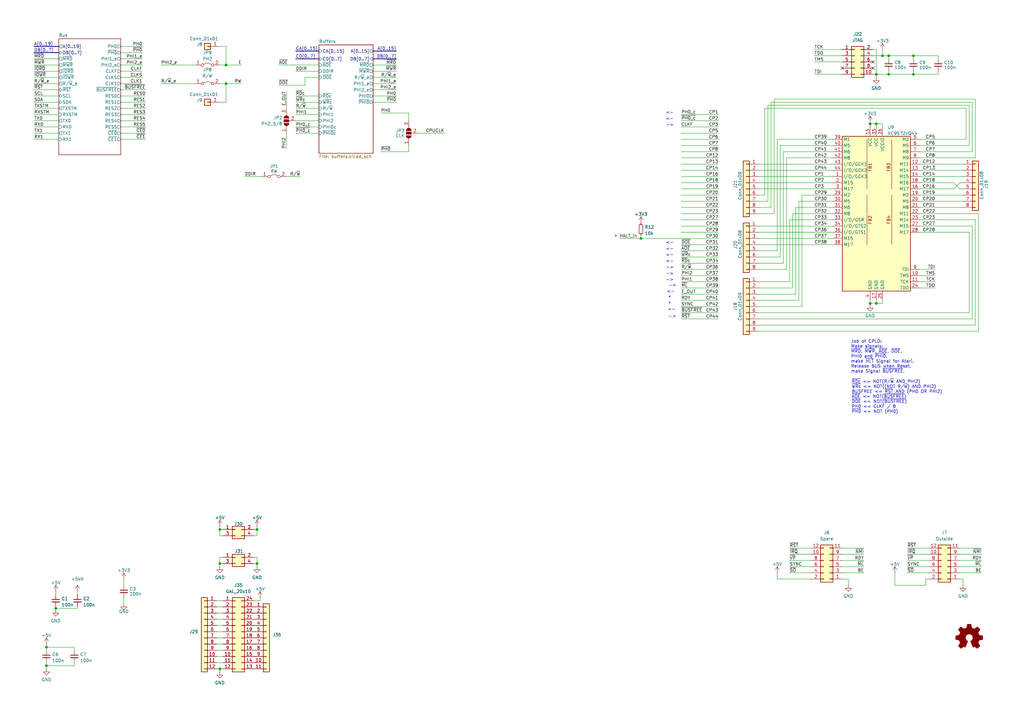
<source format=kicad_sch>
(kicad_sch (version 20231120) (generator "eeschema") (generator_version "8.0")
  (paper "A3")
  (title_block (title "Unicomp v3 - 6502/6800 CPU Board") (date "2024-10-01") (rev "v1.0") (company "100% Offner") (comment 1 "v1.0: Initial"))
  (junction (at 356.87 50.8))
  (junction (at 90.17 231.14))
  (junction (at 262.89 97.79))
  (junction (at 19.05 273.05))
  (junction (at 92.71 34.29))
  (junction (at 105.41 217.17))
  (junction (at 359.41 30.48))
  (junction (at 92.71 26.67))
  (junction (at 356.87 124.46))
  (junction (at 374.65 30.48))
  (junction (at 364.49 30.48))
  (junction (at 90.17 217.17))
  (junction (at 19.05 265.43))
  (junction (at 361.95 22.86))
  (junction (at 359.41 50.8))
  (junction (at 105.41 231.14))
  (junction (at 364.49 22.86))
  (junction (at 22.86 249.555))
  (junction (at 90.17 274.32))
  (junction (at 359.41 124.46))
  (junction (at 374.65 22.86))
  (no_connect (at 358.14 27.94))
  (no_connect (at 345.44 27.94))
  (no_connect (at 358.14 25.4))
  (wire (pts (xy 377.19 59.69) (xy 397.51 59.69)))
  (wire (pts (xy 318.77 237.49) (xy 332.74 237.49)))
  (wire (pts (xy 311.15 87.63) (xy 317.5 87.63)))
  (wire (pts (xy 379.73 237.49) (xy 381 237.49)))
  (wire (pts (xy 311.15 128.27) (xy 397.51 128.27)))
  (wire (pts (xy 88.9 261.62) (xy 91.44 261.62)))
  (wire (pts (xy 121.285 29.21) (xy 130.81 29.21)))
  (wire (pts (xy 88.9 251.46) (xy 91.44 251.46)))
  (wire (pts (xy 279.4 49.53) (xy 294.64 49.53)))
  (wire (pts (xy 341.63 59.69) (xy 320.04 59.69)))
  (wire (pts (xy 13.97 39.37) (xy 24.13 39.37)))
  (wire (pts (xy 323.85 90.17) (xy 341.63 90.17)))
  (wire (pts (xy 318.77 234.95) (xy 318.77 237.49)))
  (wire (pts (xy 279.4 113.03) (xy 294.64 113.03)))
  (wire (pts (xy 13.97 31.75) (xy 24.13 31.75)))
  (wire (pts (xy 374.65 24.13) (xy 374.65 22.86)))
  (wire (pts (xy 105.41 217.17) (xy 105.41 219.71)))
  (wire (pts (xy 397.51 59.69) (xy 397.51 43.18)))
  (wire (pts (xy 279.4 107.95) (xy 294.64 107.95)))
  (wire (pts (xy 90.17 217.17) (xy 91.44 217.17)))
  (wire (pts (xy 313.69 80.01) (xy 313.69 44.45)))
  (wire (pts (xy 171.45 54.61) (xy 182.245 54.61)))
  (wire (pts (xy 393.7 224.79) (xy 402.59 224.79)))
  (wire (pts (xy 13.97 41.91) (xy 24.13 41.91)))
  (wire (pts (xy 279.4 69.85) (xy 294.64 69.85)))
  (wire (pts (xy 359.41 20.32) (xy 359.41 30.48)))
  (wire (pts (xy 372.11 227.33) (xy 381 227.33)))
  (wire (pts (xy 372.11 234.95) (xy 381 234.95)))
  (wire (pts (xy 279.4 80.01) (xy 294.64 80.01)))
  (wire (pts (xy 49.53 34.29) (xy 58.42 34.29)))
  (wire (pts (xy 383.54 110.49) (xy 377.19 110.49)))
  (wire (pts (xy 398.78 62.23) (xy 398.78 41.91)))
  (wire (pts (xy 393.7 229.87) (xy 402.59 229.87)))
  (wire (pts (xy 88.9 264.16) (xy 91.44 264.16)))
  (wire (pts (xy 279.4 118.11) (xy 294.64 118.11)))
  (wire (pts (xy 393.7 74.93) (xy 394.97 74.93)))
  (wire (pts (xy 364.49 24.13) (xy 364.49 22.86)))
  (bus (pts (xy 130.81 20.955) (xy 121.285 20.955)))
  (wire (pts (xy 377.19 62.23) (xy 398.78 62.23)))
  (wire (pts (xy 121.285 52.07) (xy 130.81 52.07)))
  (wire (pts (xy 22.86 250.19) (xy 22.86 249.555)))
  (wire (pts (xy 394.97 69.85) (xy 377.19 69.85)))
  (wire (pts (xy 322.58 64.77) (xy 322.58 110.49)))
  (wire (pts (xy 22.86 249.555) (xy 31.75 249.555)))
  (wire (pts (xy 254 97.79) (xy 262.89 97.79)))
  (wire (pts (xy 359.41 50.8) (xy 361.95 50.8)))
  (wire (pts (xy 279.4 77.47) (xy 294.64 77.47)))
  (wire (pts (xy 397.51 43.18) (xy 314.96 43.18)))
  (wire (pts (xy 400.05 64.77) (xy 377.19 64.77)))
  (wire (pts (xy 393.7 237.49) (xy 394.97 237.49)))
  (wire (pts (xy 279.4 100.33) (xy 294.64 100.33)))
  (wire (pts (xy 105.41 219.71) (xy 104.14 219.71)))
  (wire (pts (xy 92.71 41.91) (xy 92.71 34.29)))
  (wire (pts (xy 117.475 37.465) (xy 117.475 44.45)))
  (wire (pts (xy 153.035 36.83) (xy 162.56 36.83)))
  (wire (pts (xy 311.15 74.93) (xy 341.63 74.93)))
  (wire (pts (xy 90.17 231.14) (xy 90.17 232.41)))
  (wire (pts (xy 345.44 229.87) (xy 354.33 229.87)))
  (wire (pts (xy 49.53 46.99) (xy 59.69 46.99)))
  (wire (pts (xy 318.77 57.15) (xy 341.63 57.15)))
  (wire (pts (xy 88.9 256.54) (xy 91.44 256.54)))
  (wire (pts (xy 279.4 82.55) (xy 294.64 82.55)))
  (wire (pts (xy 398.78 130.81) (xy 311.15 130.81)))
  (wire (pts (xy 383.54 113.03) (xy 377.19 113.03)))
  (wire (pts (xy 325.12 118.11) (xy 311.15 118.11)))
  (wire (pts (xy 13.97 46.99) (xy 24.13 46.99)))
  (wire (pts (xy 397.51 95.25) (xy 377.19 95.25)))
  (wire (pts (xy 49.53 54.61) (xy 59.69 54.61)))
  (wire (pts (xy 279.4 102.87) (xy 294.64 102.87)))
  (wire (pts (xy 361.95 124.46) (xy 361.95 123.19)))
  (wire (pts (xy 13.97 54.61) (xy 24.13 54.61)))
  (wire (pts (xy 66.04 26.67) (xy 80.01 26.67)))
  (wire (pts (xy 318.77 102.87) (xy 318.77 57.15)))
  (wire (pts (xy 374.65 22.86) (xy 384.81 22.86)))
  (wire (pts (xy 88.9 269.24) (xy 91.44 269.24)))
  (wire (pts (xy 88.9 266.7) (xy 91.44 266.7)))
  (wire (pts (xy 30.48 273.05) (xy 19.05 273.05)))
  (wire (pts (xy 90.17 274.32) (xy 91.44 274.32)))
  (wire (pts (xy 125.095 31.75) (xy 130.81 31.75)))
  (wire (pts (xy 361.95 20.32) (xy 361.95 22.86)))
  (wire (pts (xy 311.15 77.47) (xy 341.63 77.47)))
  (wire (pts (xy 322.58 110.49) (xy 311.15 110.49)))
  (wire (pts (xy 328.93 80.01) (xy 328.93 125.73)))
  (wire (pts (xy 364.49 22.86) (xy 374.65 22.86)))
  (wire (pts (xy 321.31 107.95) (xy 321.31 62.23)))
  (wire (pts (xy 153.035 26.67) (xy 162.56 26.67)))
  (wire (pts (xy 394.97 80.01) (xy 377.19 80.01)))
  (wire (pts (xy 323.85 234.95) (xy 332.74 234.95)))
  (wire (pts (xy 49.53 26.67) (xy 58.42 26.67)))
  (wire (pts (xy 90.17 219.71) (xy 91.44 219.71)))
  (wire (pts (xy 49.53 39.37) (xy 59.69 39.37)))
  (wire (pts (xy 153.035 29.21) (xy 162.56 29.21)))
  (wire (pts (xy 121.285 49.53) (xy 130.81 49.53)))
  (wire (pts (xy 105.41 228.6) (xy 105.41 231.14)))
  (wire (pts (xy 341.63 80.01) (xy 328.93 80.01)))
  (wire (pts (xy 88.9 259.08) (xy 91.44 259.08)))
  (wire (pts (xy 401.32 135.89) (xy 311.15 135.89)))
  (wire (pts (xy 394.97 85.09) (xy 377.19 85.09)))
  (wire (pts (xy 121.285 46.99) (xy 130.81 46.99)))
  (wire (pts (xy 121.285 41.91) (xy 130.81 41.91)))
  (wire (pts (xy 314.96 43.18) (xy 314.96 82.55)))
  (wire (pts (xy 345.44 224.79) (xy 354.33 224.79)))
  (wire (pts (xy 279.4 67.31) (xy 294.64 67.31)))
  (wire (pts (xy 88.9 271.78) (xy 91.44 271.78)))
  (wire (pts (xy 316.23 85.09) (xy 311.15 85.09)))
  (wire (pts (xy 121.285 39.37) (xy 130.81 39.37)))
  (wire (pts (xy 153.035 39.37) (xy 162.56 39.37)))
  (wire (pts (xy 334.01 25.4) (xy 345.44 25.4)))
  (wire (pts (xy 400.05 40.64) (xy 400.05 64.77)))
  (wire (pts (xy 90.17 231.14) (xy 91.44 231.14)))
  (wire (pts (xy 13.97 34.29) (xy 24.13 34.29)))
  (wire (pts (xy 92.71 19.05) (xy 92.71 26.67)))
  (wire (pts (xy 125.095 34.925) (xy 125.095 31.75)))
  (wire (pts (xy 88.9 254) (xy 91.44 254)))
  (wire (pts (xy 356.87 124.46) (xy 359.41 124.46)))
  (wire (pts (xy 311.15 125.73) (xy 328.93 125.73)))
  (wire (pts (xy 316.23 41.91) (xy 316.23 85.09)))
  (wire (pts (xy 49.53 31.75) (xy 58.42 31.75)))
  (wire (pts (xy 88.9 274.32) (xy 90.17 274.32)))
  (wire (pts (xy 49.53 41.91) (xy 59.69 41.91)))
  (wire (pts (xy 90.17 41.91) (xy 92.71 41.91)))
  (wire (pts (xy 377.19 77.47) (xy 391.16 77.47)))
  (bus (pts (xy 24.13 19.05) (xy 13.97 19.05)))
  (wire (pts (xy 356.87 50.8) (xy 359.41 50.8)))
  (wire (pts (xy 19.05 265.43) (xy 19.05 266.7)))
  (wire (pts (xy 279.4 87.63) (xy 294.64 87.63)))
  (wire (pts (xy 167.64 49.53) (xy 167.64 46.355)))
  (wire (pts (xy 394.97 67.31) (xy 377.19 67.31)))
  (wire (pts (xy 334.01 30.48) (xy 345.44 30.48)))
  (wire (pts (xy 13.97 57.15) (xy 24.13 57.15)))
  (wire (pts (xy 393.7 234.95) (xy 402.59 234.95)))
  (wire (pts (xy 317.5 40.64) (xy 400.05 40.64)))
  (wire (pts (xy 279.4 72.39) (xy 294.64 72.39)))
  (wire (pts (xy 383.54 118.11) (xy 377.19 118.11)))
  (wire (pts (xy 262.89 97.79) (xy 294.64 97.79)))
  (wire (pts (xy 394.97 82.55) (xy 377.19 82.55)))
  (wire (pts (xy 49.53 57.15) (xy 59.69 57.15)))
  (wire (pts (xy 398.78 41.91) (xy 316.23 41.91)))
  (wire (pts (xy 90.17 19.05) (xy 92.71 19.05)))
  (wire (pts (xy 121.285 44.45) (xy 130.81 44.45)))
  (wire (pts (xy 156.21 46.355) (xy 167.64 46.355)))
  (wire (pts (xy 311.15 102.87) (xy 318.77 102.87)))
  (wire (pts (xy 92.71 26.67) (xy 90.17 26.67)))
  (wire (pts (xy 377.19 87.63) (xy 401.32 87.63)))
  (wire (pts (xy 372.11 224.79) (xy 381 224.79)))
  (wire (pts (xy 106.68 246.38) (xy 104.14 246.38)))
  (wire (pts (xy 49.53 24.13) (xy 58.42 24.13)))
  (wire (pts (xy 394.97 72.39) (xy 377.19 72.39)))
  (wire (pts (xy 311.15 95.25) (xy 341.63 95.25)))
  (wire (pts (xy 30.48 271.78) (xy 30.48 273.05)))
  (wire (pts (xy 279.4 130.81) (xy 294.64 130.81)))
  (wire (pts (xy 19.05 274.32) (xy 19.05 273.05)))
  (wire (pts (xy 313.69 44.45) (xy 396.24 44.45)))
  (wire (pts (xy 367.03 240.03) (xy 379.73 240.03)))
  (wire (pts (xy 105.41 228.6) (xy 104.14 228.6)))
  (wire (pts (xy 153.035 34.29) (xy 162.56 34.29)))
  (wire (pts (xy 358.14 22.86) (xy 361.95 22.86)))
  (wire (pts (xy 49.53 49.53) (xy 59.69 49.53)))
  (wire (pts (xy 153.035 41.91) (xy 162.56 41.91)))
  (wire (pts (xy 345.44 234.95) (xy 354.33 234.95)))
  (wire (pts (xy 19.05 273.05) (xy 19.05 271.78)))
  (wire (pts (xy 13.97 36.83) (xy 24.13 36.83)))
  (wire (pts (xy 13.97 52.07) (xy 24.13 52.07)))
  (wire (pts (xy 279.4 125.73) (xy 294.64 125.73)))
  (wire (pts (xy 49.53 52.07) (xy 59.69 52.07)))
  (wire (pts (xy 311.15 97.79) (xy 341.63 97.79)))
  (wire (pts (xy 326.39 120.65) (xy 326.39 85.09)))
  (wire (pts (xy 400.05 90.17) (xy 377.19 90.17)))
  (wire (pts (xy 88.9 246.38) (xy 91.44 246.38)))
  (wire (pts (xy 279.4 110.49) (xy 294.64 110.49)))
  (wire (pts (xy 30.48 265.43) (xy 30.48 266.7)))
  (wire (pts (xy 364.49 30.48) (xy 374.65 30.48)))
  (wire (pts (xy 311.15 92.71) (xy 341.63 92.71)))
  (wire (pts (xy 364.49 30.48) (xy 359.41 30.48)))
  (wire (pts (xy 327.66 82.55) (xy 327.66 123.19)))
  (wire (pts (xy 31.75 248.92) (xy 31.75 249.555)))
  (wire (pts (xy 326.39 85.09) (xy 341.63 85.09)))
  (wire (pts (xy 358.14 20.32) (xy 359.41 20.32)))
  (wire (pts (xy 311.15 107.95) (xy 321.31 107.95)))
  (wire (pts (xy 279.4 90.17) (xy 294.64 90.17)))
  (wire (pts (xy 49.53 36.83) (xy 59.69 36.83)))
  (wire (pts (xy 396.24 44.45) (xy 396.24 57.15)))
  (wire (pts (xy 327.66 82.55) (xy 341.63 82.55)))
  (wire (pts (xy 393.7 227.33) (xy 402.59 227.33)))
  (wire (pts (xy 100.33 72.39) (xy 107.315 72.39)))
  (wire (pts (xy 156.21 62.23) (xy 167.64 62.23)))
  (wire (pts (xy 13.97 29.21) (xy 24.13 29.21)))
  (wire (pts (xy 92.71 34.29) (xy 90.17 34.29)))
  (wire (pts (xy 114.3 26.67) (xy 130.81 26.67)))
  (wire (pts (xy 377.19 92.71) (xy 398.78 92.71)))
  (wire (pts (xy 364.49 29.21) (xy 364.49 30.48)))
  (wire (pts (xy 358.14 30.48) (xy 359.41 30.48)))
  (wire (pts (xy 372.11 229.87) (xy 381 229.87)))
  (wire (pts (xy 321.31 62.23) (xy 341.63 62.23)))
  (wire (pts (xy 50.8 245.11) (xy 50.8 247.65)))
  (wire (pts (xy 13.97 44.45) (xy 24.13 44.45)))
  (wire (pts (xy 90.17 275.59) (xy 90.17 274.32)))
  (wire (pts (xy 92.71 26.67) (xy 99.06 26.67)))
  (wire (pts (xy 117.475 54.61) (xy 117.475 60.96)))
  (wire (pts (xy 393.7 74.93) (xy 391.16 77.47)))
  (bus (pts (xy 153.035 20.955) (xy 162.56 20.955)))
  (wire (pts (xy 49.53 19.05) (xy 58.42 19.05)))
  (wire (pts (xy 379.73 237.49) (xy 379.73 240.03)))
  (wire (pts (xy 393.7 77.47) (xy 391.16 74.93)))
  (wire (pts (xy 311.15 72.39) (xy 341.63 72.39)))
  (wire (pts (xy 121.285 54.61) (xy 130.81 54.61)))
  (wire (pts (xy 398.78 92.71) (xy 398.78 130.81)))
  (wire (pts (xy 114.3 34.925) (xy 125.095 34.925)))
  (wire (pts (xy 345.44 232.41) (xy 354.33 232.41)))
  (wire (pts (xy 49.53 21.59) (xy 58.42 21.59)))
  (wire (pts (xy 13.97 24.13) (xy 24.13 24.13)))
  (wire (pts (xy 13.97 26.67) (xy 24.13 26.67)))
  (wire (pts (xy 279.4 115.57) (xy 294.64 115.57)))
  (wire (pts (xy 311.15 80.01) (xy 313.69 80.01)))
  (wire (pts (xy 401.32 87.63) (xy 401.32 135.89)))
  (wire (pts (xy 279.4 120.65) (xy 294.64 120.65)))
  (wire (pts (xy 356.87 123.19) (xy 356.87 124.46)))
  (bus (pts (xy 130.81 24.13) (xy 121.285 24.13)))
  (wire (pts (xy 105.41 231.14) (xy 105.41 232.41)))
  (wire (pts (xy 334.01 20.32) (xy 345.44 20.32)))
  (wire (pts (xy 66.04 34.29) (xy 80.01 34.29)))
  (wire (pts (xy 394.97 237.49) (xy 394.97 240.03)))
  (wire (pts (xy 359.41 124.46) (xy 361.95 124.46)))
  (wire (pts (xy 311.15 67.31) (xy 341.63 67.31)))
  (wire (pts (xy 49.53 44.45) (xy 59.69 44.45)))
  (wire (pts (xy 323.85 229.87) (xy 332.74 229.87)))
  (wire (pts (xy 105.41 215.9) (xy 105.41 217.17)))
  (wire (pts (xy 334.01 22.86) (xy 345.44 22.86)))
  (wire (pts (xy 167.64 59.69) (xy 167.64 62.23)))
  (wire (pts (xy 359.41 124.46) (xy 359.41 123.19)))
  (wire (pts (xy 397.51 128.27) (xy 397.51 95.25)))
  (wire (pts (xy 359.41 30.48) (xy 359.41 31.75)))
  (wire (pts (xy 262.89 96.52) (xy 262.89 97.79)))
  (wire (pts (xy 279.4 105.41) (xy 294.64 105.41)))
  (wire (pts (xy 317.5 87.63) (xy 317.5 40.64)))
  (wire (pts (xy 356.87 124.46) (xy 356.87 125.095)))
  (wire (pts (xy 279.4 95.25) (xy 294.64 95.25)))
  (wire (pts (xy 279.4 123.19) (xy 294.64 123.19)))
  (wire (pts (xy 311.15 100.33) (xy 341.63 100.33)))
  (wire (pts (xy 153.035 31.75) (xy 162.56 31.75)))
  (wire (pts (xy 279.4 64.77) (xy 294.64 64.77)))
  (wire (pts (xy 367.03 234.95) (xy 367.03 240.03)))
  (wire (pts (xy 393.7 232.41) (xy 402.59 232.41)))
  (wire (pts (xy 345.44 227.33) (xy 354.33 227.33)))
  (wire (pts (xy 279.4 92.71) (xy 294.64 92.71)))
  (wire (pts (xy 311.15 115.57) (xy 323.85 115.57)))
  (wire (pts (xy 361.95 50.8) (xy 361.95 52.07)))
  (wire (pts (xy 314.96 82.55) (xy 311.15 82.55)))
  (wire (pts (xy 384.81 29.21) (xy 384.81 30.48)))
  (wire (pts (xy 49.53 29.21) (xy 58.42 29.21)))
  (wire (pts (xy 341.63 87.63) (xy 325.12 87.63)))
  (wire (pts (xy 364.49 22.86) (xy 361.95 22.86)))
  (wire (pts (xy 22.86 242.57) (xy 22.86 243.84)))
  (wire (pts (xy 323.85 224.79) (xy 332.74 224.79)))
  (wire (pts (xy 279.4 57.15) (xy 294.64 57.15)))
  (wire (pts (xy 320.04 59.69) (xy 320.04 105.41)))
  (wire (pts (xy 279.4 128.27) (xy 294.64 128.27)))
  (wire (pts (xy 383.54 115.57) (xy 377.19 115.57)))
  (wire (pts (xy 19.05 265.43) (xy 30.48 265.43)))
  (wire (pts (xy 400.05 133.35) (xy 400.05 90.17)))
  (wire (pts (xy 279.4 54.61) (xy 294.64 54.61)))
  (bus (pts (xy 153.035 24.13) (xy 162.56 24.13)))
  (wire (pts (xy 311.15 133.35) (xy 400.05 133.35)))
  (wire (pts (xy 105.41 231.14) (xy 104.14 231.14)))
  (wire (pts (xy 50.8 237.49) (xy 50.8 240.03)))
  (wire (pts (xy 279.4 85.09) (xy 294.64 85.09)))
  (wire (pts (xy 13.97 49.53) (xy 24.13 49.53)))
  (wire (pts (xy 323.85 115.57) (xy 323.85 90.17)))
  (bus (pts (xy 24.13 21.59) (xy 13.97 21.59)))
  (wire (pts (xy 90.17 215.9) (xy 90.17 217.17)))
  (wire (pts (xy 279.4 74.93) (xy 294.64 74.93)))
  (wire (pts (xy 359.41 50.8) (xy 359.41 52.07)))
  (wire (pts (xy 279.4 62.23) (xy 294.64 62.23)))
  (wire (pts (xy 279.4 52.07) (xy 294.64 52.07)))
  (wire (pts (xy 377.19 57.15) (xy 396.24 57.15)))
  (wire (pts (xy 391.16 74.93) (xy 377.19 74.93)))
  (wire (pts (xy 341.63 64.77) (xy 322.58 64.77)))
  (wire (pts (xy 320.04 105.41) (xy 311.15 105.41)))
  (wire (pts (xy 279.4 46.99) (xy 294.64 46.99)))
  (wire (pts (xy 347.98 237.49) (xy 347.98 240.03)))
  (wire (pts (xy 22.86 249.555) (xy 22.86 248.92)))
  (wire (pts (xy 90.17 228.6) (xy 91.44 228.6)))
  (wire (pts (xy 106.68 245.11) (xy 106.68 246.38)))
  (wire (pts (xy 374.65 29.21) (xy 374.65 30.48)))
  (wire (pts (xy 105.41 217.17) (xy 104.14 217.17)))
  (wire (pts (xy 323.85 227.33) (xy 332.74 227.33)))
  (wire (pts (xy 279.4 59.69) (xy 294.64 59.69)))
  (wire (pts (xy 356.87 50.8) (xy 356.87 52.07)))
  (wire (pts (xy 19.05 264.16) (xy 19.05 265.43)))
  (wire (pts (xy 90.17 228.6) (xy 90.17 231.14)))
  (wire (pts (xy 31.75 242.57) (xy 31.75 243.84)))
  (wire (pts (xy 311.15 120.65) (xy 326.39 120.65)))
  (wire (pts (xy 372.11 232.41) (xy 381 232.41)))
  (wire (pts (xy 90.17 217.17) (xy 90.17 219.71)))
  (wire (pts (xy 88.9 248.92) (xy 91.44 248.92)))
  (wire (pts (xy 92.71 34.29) (xy 99.06 34.29)))
  (wire (pts (xy 325.12 87.63) (xy 325.12 118.11)))
  (wire (pts (xy 327.66 123.19) (xy 311.15 123.19)))
  (wire (pts (xy 374.65 30.48) (xy 384.81 30.48)))
  (wire (pts (xy 345.44 237.49) (xy 347.98 237.49)))
  (wire (pts (xy 323.85 232.41) (xy 332.74 232.41)))
  (wire (pts (xy 117.475 72.39) (xy 123.19 72.39)))
  (wire (pts (xy 311.15 69.85) (xy 341.63 69.85)))
  (wire (pts (xy 384.81 24.13) (xy 384.81 22.86)))
  (wire (pts (xy 393.7 77.47) (xy 394.97 77.47)))
  (wire (pts (xy 356.87 50.165) (xy 356.87 50.8)))
  (text "->" (at 273.05 110.49 0) (effects (font (size 1.27 1.27)) (justify left bottom)))
  (text "<-" (at 273.05 105.41 0) (effects (font (size 1.27 1.27)) (justify left bottom)))
  (text "<-" (at 273.05 46.99 0) (effects (font (size 1.27 1.27)) (justify left bottom)))
  (text "->" (at 273.05 52.07 0) (effects (font (size 1.27 1.27)) (justify left bottom)))
  (text "<-" (at 273.05 100.33 0) (effects (font (size 1.27 1.27)) (justify left bottom)))
  (text "->" (at 273.05 115.57 0) (effects (font (size 1.27 1.27)) (justify left bottom)))
  (text "->" (at 274.066 117.856 0) (effects (font (size 1.27 1.27)) (justify left bottom)))
  (text "*" (at 251.968 98.044 0) (effects (font (size 1.27 1.27)) (justify left bottom)))
  (text "*" (at 274.066 122.936 0) (effects (font (size 1.27 1.27)) (justify left bottom)))
  (text "<-" (at 273.05 49.53 0) (effects (font (size 1.27 1.27)) (justify left bottom)))
  (text "<-" (at 273.431 120.396 0) (effects (font (size 1.27 1.27)) (justify left bottom)))
  (text "<-" (at 273.05 107.95 0) (effects (font (size 1.27 1.27)) (justify left bottom)))
  (text "->" (at 274.066 130.556 0) (effects (font (size 1.27 1.27)) (justify left bottom)))
  (text "Job of CPLD:\nMake signals:\n~{MRD}, ~{MWR}, ~{AOE}, ~{DOE},\nPHI0 and ~{PHI0}.\nmake ~{HLT} Signal for Atari,\nRelease BUS when Reset,\nmake Signal ~{BUSFREE}." (at 348.996 153.162 0) (effects (font (size 1.27 1.27)) (justify left bottom)))
  (text "*" (at 274.066 125.476 0) (effects (font (size 1.27 1.27)) (justify left bottom)))
  (text "~{RDc} <= NOT(R/~{W} AND PHI2)\n~{WRc} <= NOT((NOT R/~{W}) AND PHI2)\nBUSFREE <= ~{RST} AND (PH0 OR PHI2)\n~{AOE} <= NOT(~{BUSFREE})\n~{DOE} <= NOT(~{BUSFREE})\nPH0 <= CLKF / 8\n~{PH0} <= NOT (PH0) " (at 349.25 169.672 0) (effects (font (size 1.27 1.27)) (justify left bottom)))
  (text "<-" (at 273.812 127.762 0) (effects (font (size 1.27 1.27)) (justify left bottom)))
  (text "<-" (at 273.05 102.87 0) (effects (font (size 1.27 1.27)) (justify left bottom)))
  (text "->" (at 273.05 113.03 0) (effects (font (size 1.27 1.27)) (justify left bottom)))
  (label "~{IOWR}" (at 13.97 31.75 0))
  (label "CPUCLK" (at 182.245 54.61 180))
  (label "DB[0..7]" (at 162.56 24.13 180))
  (label "CP34" (at 294.64 107.95 180))
  (label "SDA" (at 13.97 41.91 0))
  (label "CP43" (at 334.01 67.31 0))
  (label "RDY" (at 279.4 123.19 0))
  (label "RES3" (at 59.69 46.99 180))
  (label "CP42" (at 334.01 64.77 0))
  (label "CP13" (at 383.54 69.85 180))
  (label "PHI1" (at 121.285 46.99 0))
  (label "CP28" (at 383.54 95.25 180))
  (label "CP41" (at 294.64 123.19 180))
  (label "CP21" (at 294.64 82.55 180))
  (label "CP36" (at 334.01 95.25 0))
  (label "CP33" (at 294.64 105.41 180))
  (label "~{NMI}" (at 402.59 227.33 180))
  (label "E_OUT" (at 279.4 120.65 0))
  (label "CP27" (at 294.64 90.17 180))
  (label "RDY" (at 402.59 229.87 180))
  (label "CP22" (at 294.64 85.09 180))
  (label "PHI2_e" (at 58.42 26.67 180))
  (label "CP31" (at 334.01 85.09 0))
  (label "~{VP}" (at 323.85 229.87 0))
  (label "SYNC" (at 279.4 125.73 0))
  (label "TX0" (at 13.97 49.53 0))
  (label "~{MRD}" (at 162.56 26.67 180))
  (label "CP44" (at 294.64 130.81 180))
  (label "CP41" (at 334.01 62.23 0))
  (label "CP38" (at 334.01 100.33 0))
  (label "CP18" (at 383.54 74.93 180))
  (label "CP27" (at 383.54 92.71 180))
  (label "PH0" (at 162.56 39.37 180))
  (label "RDY" (at 354.33 229.87 180))
  (label "CP31" (at 294.64 100.33 180))
  (label "CP20" (at 294.64 80.01 180))
  (label "PH0" (at 58.42 19.05 180))
  (label "CP39" (at 334.01 57.15 0))
  (label "~{SO}" (at 372.11 234.95 0))
  (label "TXSTM" (at 13.97 44.45 0))
  (label "CP3" (at 294.64 52.07 180))
  (label "HALT_in" (at 254 97.79 0))
  (label "CP19" (at 383.54 80.01 180))
  (label "CLKS" (at 58.42 31.75 180))
  (label "~{RST}" (at 323.85 224.79 0))
  (label "CP14" (at 294.64 69.85 180))
  (label "~{RD}c" (at 279.4 107.95 0))
  (label "CP2" (at 294.64 49.53 180))
  (label "~{BUSFREE}" (at 279.4 128.27 0))
  (label "CP16" (at 383.54 77.47 180))
  (label "CP39" (at 294.64 118.11 180))
  (label "TX1" (at 13.97 54.61 0))
  (label "RX1" (at 13.97 57.15 0))
  (label "TMS" (at 334.01 25.4 0))
  (label "CP37" (at 294.64 113.03 180))
  (label "~{WR}c" (at 121.285 41.91 0))
  (label "SYNC" (at 323.85 232.41 0))
  (label "CA[0..15]" (at 121.285 20.955 0))
  (label "TMS" (at 383.54 113.03 180))
  (label "PHI1_e" (at 162.56 34.29 180))
  (label "~{ML}" (at 402.59 232.41 180))
  (label "~{RST}" (at 13.97 36.83 0))
  (label "CP37" (at 334.01 97.79 0))
  (label "R{slash}~{W}_e" (at 13.97 34.29 0))
  (label "~{PH0}" (at 58.42 21.59 180))
  (label "TDO" (at 383.54 118.11 180))
  (label "CLKF" (at 58.42 29.21 180))
  (label "DDIR" (at 121.285 29.21 0))
  (label "A[0..15]" (at 162.56 20.955 180))
  (label "CP20" (at 383.54 82.55 180))
  (label "CP44" (at 334.01 69.85 0))
  (label "PH0_c" (at 121.285 52.07 0))
  (label "CP43" (at 294.64 128.27 180))
  (label "CP19" (at 294.64 77.47 180))
  (label "CP32" (at 294.64 102.87 180))
  (label "~{IORD}" (at 13.97 29.21 0))
  (label "~{RST}" (at 372.11 224.79 0))
  (label "CLKF" (at 279.4 52.07 0))
  (label "~{AOE}" (at 279.4 102.87 0))
  (label "RW" (at 99.06 34.29 180))
  (label "CP14" (at 383.54 72.39 180))
  (label "CP21" (at 383.54 85.09 180))
  (label "~{PH0_c}" (at 121.285 54.61 0))
  (label "~{PH0_c}" (at 279.4 49.53 0))
  (label "CP30" (at 294.64 97.79 180))
  (label "CP8" (at 383.54 64.77 180))
  (label "TCK" (at 334.01 20.32 0))
  (label "PHI2" (at 279.4 113.03 0))
  (label "~{CE0}" (at 59.69 54.61 180))
  (label "CP36" (at 294.64 110.49 180))
  (label "R{slash}~{W}_e" (at 66.04 34.29 0))
  (label "~{ML}" (at 279.4 118.11 0))
  (label "CP7" (at 294.64 59.69 180))
  (label "~{IRQ}" (at 372.11 227.33 0))
  (label "SCL" (at 13.97 39.37 0))
  (label "E_OUT" (at 117.475 37.465 270))
  (label "RES0" (at 59.69 39.37 180))
  (label "~{SO}" (at 323.85 234.95 0))
  (label "CLK1" (at 58.42 34.29 180))
  (label "CP40" (at 294.64 120.65 180))
  (label "CP40" (at 334.01 59.69 0))
  (label "PHI2_e" (at 66.04 26.67 0))
  (label "~{RST}" (at 279.4 130.81 0))
  (label "CD[0..7]" (at 121.285 24.13 0))
  (label "CP8" (at 294.64 62.23 180))
  (label "DB[0..7]" (at 13.97 21.59 0))
  (label "CP23" (at 294.64 87.63 180))
  (label "~{MWR}" (at 13.97 26.67 0))
  (label "CP3" (at 334.01 77.47 0))
  (label "RXSTM" (at 13.97 46.99 0))
  (label "R{slash}~{W}" (at 121.285 44.45 0))
  (label "CP34" (at 334.01 92.71 0))
  (label "CP29" (at 294.64 95.25 180))
  (label "~{CE1}" (at 59.69 57.15 180))
  (label "CP5" (at 294.64 54.61 180))
  (label "~{RD}c" (at 121.285 39.37 0))
  (label "TDI" (at 383.54 110.49 180))
  (label "CP30" (at 334.01 82.55 0))
  (label "TCK" (at 383.54 115.57 180))
  (label "BE" (at 402.59 234.95 180))
  (label "PHI1" (at 279.4 115.57 0))
  (label "PH0_c" (at 279.4 46.99 0))
  (label "CP6" (at 294.64 57.15 180))
  (label "R{slash}~{W}_e" (at 162.56 31.75 180))
  (label "CP33" (at 334.01 90.17 0))
  (label "~{DOE}" (at 114.3 34.925 0))
  (label "CP13" (at 294.64 67.31 180))
  (label "TDO" (at 334.01 22.86 0))
  (label "CP7" (at 383.54 62.23 180))
  (label "CP29" (at 334.01 80.01 0))
  (label "~{PH0}" (at 162.56 41.91 180))
  (label "CP5" (at 383.54 57.15 180))
  (label "~{IRQ}" (at 323.85 227.33 0))
  (label "CP18" (at 294.64 74.93 180))
  (label "R{slash}~{W}" (at 123.19 72.39 180))
  (label "PH0" (at 156.21 46.355 0))
  (label "~{VP}" (at 372.11 229.87 0))
  (label "CP6" (at 383.54 59.69 180))
  (label "BE" (at 354.33 234.95 180))
  (label "CP12" (at 383.54 67.31 180))
  (label "CP22" (at 383.54 87.63 180))
  (label "~{BUSFREE}" (at 59.69 36.83 180))
  (label "CP42" (at 294.64 125.73 180))
  (label "E" (at 99.06 26.67 180))
  (label "CP38" (at 294.64 115.57 180))
  (label "~{PH0}" (at 156.21 62.23 0))
  (label "CP1" (at 334.01 72.39 0))
  (label "~{NMI}" (at 354.33 227.33 180))
  (label "~{AOE}" (at 114.3 26.67 0))
  (label "A[0..19]" (at 13.97 19.05 0))
  (label "~{WR}c" (at 279.4 105.41 0))
  (label "~{MRD}" (at 13.97 24.13 0))
  (label "CP23" (at 383.54 90.17 180))
  (label "SYNC" (at 372.11 232.41 0))
  (label "~{MWR}" (at 162.56 29.21 180))
  (label "PHI2_e" (at 162.56 36.83 180))
  (label "R{slash}~{W}" (at 279.4 110.49 0))
  (label "DDIR" (at 100.33 72.39 0))
  (label "RES5" (at 59.69 52.07 180))
  (label "CP28" (at 294.64 92.71 180))
  (label "~{ML}" (at 354.33 232.41 180))
  (label "~{DOE}" (at 279.4 100.33 0))
  (label "CP1" (at 294.64 46.99 180))
  (label "RX0" (at 13.97 52.07 0))
  (label "RES4" (at 59.69 49.53 180))
  (label "RES1" (at 59.69 41.91 180))
  (label "CP2" (at 334.01 74.93 0))
  (label "TDI" (at 334.01 30.48 0))
  (label "CP32" (at 334.01 87.63 0))
  (label "PHI2" (at 117.475 60.96 90))
  (label "CP16" (at 294.64 72.39 180))
  (label "RES2" (at 59.69 44.45 180))
  (label "CP12" (at 294.64 64.77 180))
  (label "PHI1_e" (at 58.42 24.13 180))
  (symbol (lib_id "Jumper:Jumper_2_Bridged") (at 85.09 34.29 0) (unit 1)
    (property "Reference" "JP8" (at 85.09 28.575 0))
    (property "Value" "R/W" (at 85.09 31.115 0))
    (property "Footprint" "Jumper:SolderJumper-2_P1.3mm_Bridged_RoundedPad1.0x1.5mm" (effects (hide yes)))
  )
  (symbol (lib_id "power:+3V3") (at 361.95 20.32 0) (unit 1)
    (property "Reference" "#PWR052" (effects (hide yes)))
    (property "Value" "+3V3" (at 361.95 16.7442 0))
    (property "Description" "Power symbol creates a global label with name \"+3V3\"" (effects (hide yes)))
  )
  (symbol (lib_id "Connector_Generic:Conn_01x01") (at 85.09 19.05 0) (mirror y) (unit 1)
    (property "Reference" "J8" (at 83.058 18.2153 0) (effects (justify left)))
    (property "Value" "Conn_01x01" (at 89.535 15.875 0) (effects (justify left)))
    (property "Footprint" "Connector_PinHeader_2.00mm:PinHeader_1x01_P2.00mm_Vertical" (effects (hide yes)))
  )
  (symbol (lib_id "power:+3V3") (at 50.8 237.49 0) (unit 1)
    (property "Reference" "#PWR08" (effects (hide yes)))
    (property "Value" "+3V3" (at 50.8 233.9142 0))
    (property "Description" "Power symbol creates a global label with name \"+3V3\"" (effects (hide yes)))
  )
  (symbol (lib_id "Device:C_Small") (at 31.75 246.38 0) (unit 1)
    (property "Reference" "C2" (at 34.0741 245.5516 0) (effects (justify left)))
    (property "Value" "100n" (at 34.0741 248.0885 0) (effects (justify left)))
    (property "Footprint" "Capacitor_SMD:C_1206_3216Metric" (effects (hide yes)))
    (property "Description" "Unpolarized capacitor, small symbol" (effects (hide yes)))
  )
  (symbol (lib_id "power:GND") (at 105.41 232.41 0) (unit 1)
    (property "Reference" "#PWR039" (effects (hide yes)))
    (property "Value" "GND" (at 105.41 236.8534 0))
  )
  (symbol (lib_id "Connector_Generic:Conn_01x12") (at 83.82 259.08 0) (mirror y) (unit 1)
    (property "Reference" "J29" (at 81.28 259.0799 0) (effects (justify left)))
    (property "Value" "Conn_01x12" (effects (hide yes)))
    (property "Footprint" "Connector_PinSocket_2.54mm:PinSocket_1x12_P2.54mm_Vertical" (effects (hide yes)))
    (property "Description" "Generic connector, single row, 01x12, script generated (kicad-library-utils/schlib/autogen/connector/)" (effects (hide yes)))
  )
  (symbol (lib_id "power:GND") (at 359.41 31.75 0) (unit 1)
    (property "Reference" "#PWR051" (effects (hide yes)))
    (property "Value" "GND" (at 359.41 36.1934 0))
    (property "Description" "Power symbol creates a global label with name \"GND\" , ground" (effects (hide yes)))
  )
  (symbol (lib_id "power:GND") (at 90.17 232.41 0) (unit 1)
    (property "Reference" "#PWR040" (effects (hide yes)))
    (property "Value" "GND" (at 90.17 236.8534 0))
  )
  (symbol (lib_id "power:GND") (at 394.97 240.03 0) (unit 1)
    (property "Reference" "#PWR017" (effects (hide yes)))
    (property "Value" "GND" (at 394.97 244.4734 0))
  )
  (symbol (lib_id "power:GND") (at 90.17 275.59 0) (unit 1)
    (property "Reference" "#PWR042" (effects (hide yes)))
    (property "Value" "GND" (at 90.17 280.0334 0))
  )
  (symbol (lib_id "power:+5V") (at 90.17 215.9 0) (unit 1)
    (property "Reference" "#PWR037" (effects (hide yes)))
    (property "Value" "+5V" (at 90.17 212.3242 0))
  )
  (symbol (lib_id "Connector_Generic:Conn_02x05_Odd_Even") (at 350.52 25.4 0) (unit 1)
    (property "Reference" "J22" (at 351.79 13.97 0))
    (property "Value" "JTAG" (at 351.79 16.51 0))
    (property "Footprint" "Connector_PinHeader_2.54mm:PinHeader_2x05_P2.54mm_Horizontal" (effects (hide yes)))
    (property "Description" "Generic connector, double row, 02x05, odd/even pin numbering scheme (row 1 odd numbers, row 2 even numbers), script generated (kicad-library-utils/schlib/autogen/connector/)" (effects (hide yes)))
  )
  (symbol (lib_id "Jumper:SolderJumper_3_Open") (at 117.475 49.53 90) (unit 1)
    (property "Reference" "JP2" (at 115.8241 48.3179 90) (effects (justify left)))
    (property "Value" "PH2_5/8" (at 115.8241 50.7421 90) (effects (justify left)))
    (property "Footprint" "Jumper:SolderJumper-3_P1.3mm_Open_RoundedPad1.0x1.5mm_NumberLabels" (effects (hide yes)))
  )
  (symbol (lib_id "power:GND") (at 347.98 240.03 0) (unit 1)
    (property "Reference" "#PWR015" (effects (hide yes)))
    (property "Value" "GND" (at 347.98 244.4734 0))
  )
  (symbol (lib_id "Jumper:SolderJumper_3_Open") (at 167.64 54.61 90) (unit 1)
    (property "Reference" "JP3" (at 165.9891 53.586 90) (effects (justify left)))
    (property "Value" "CLK" (at 165.9891 55.634 90) (effects (justify left)))
    (property "Footprint" "Jumper:SolderJumper-3_P1.3mm_Open_RoundedPad1.0x1.5mm_NumberLabels" (effects (hide yes)))
  )
  (symbol (lib_id "Connector_Generic:Conn_01x09") (at 306.07 77.47 0) (mirror y) (unit 1)
    (property "Reference" "J21" (at 301.625 75.565 90))
    (property "Value" "Conn_01x09" (at 303.53 76.2 90))
    (property "Footprint" "Connector_PinHeader_2.54mm:PinHeader_1x09_P2.54mm_Vertical" (effects (hide yes)))
  )
  (symbol (lib_id "Device:C_Small") (at 19.05 269.24 0) (unit 1)
    (property "Reference" "C6" (at 21.3741 268.4116 0) (effects (justify left)))
    (property "Value" "100n" (at 21.3741 270.9485 0) (effects (justify left)))
    (property "Footprint" "Capacitor_SMD:C_1206_3216Metric" (effects (hide yes)))
  )
  (symbol (lib_id "Jumper:Jumper_2_Bridged") (at 85.09 26.67 0) (unit 1)
    (property "Reference" "JP9" (at 85.09 21.59 0))
    (property "Value" "PH2" (at 85.09 24.13 0))
    (property "Footprint" "Jumper:SolderJumper-2_P1.3mm_Bridged_RoundedPad1.0x1.5mm" (effects (hide yes)))
  )
  (symbol (lib_id "power:GND") (at 19.05 274.32 0) (unit 1)
    (property "Reference" "#PWR013" (effects (hide yes)))
    (property "Value" "GND" (at 19.05 278.7634 0))
  )
  (symbol (lib_id "power:GND") (at 356.87 125.095 0) (unit 1)
    (property "Reference" "#PWR050" (effects (hide yes)))
    (property "Value" "GND" (at 356.87 129.5384 0))
  )
  (symbol (lib_id "power:+5V") (at 105.41 215.9 0) (mirror y) (unit 1)
    (property "Reference" "#PWR038" (effects (hide yes)))
    (property "Value" "+5V" (at 105.41 212.3242 0))
  )
  (symbol (lib_id "power:+3V3") (at 262.89 91.44 0) (unit 1)
    (property "Reference" "#PWR048" (effects (hide yes)))
    (property "Value" "+3V3" (at 262.89 87.8642 0))
  )
  (symbol (lib_id "power:GND") (at 22.86 250.19 0) (unit 1)
    (property "Reference" "#PWR03" (effects (hide yes)))
    (property "Value" "GND" (at 22.86 254.6334 0))
    (property "Description" "Power symbol creates a global label with name \"GND\" , ground" (effects (hide yes)))
  )
  (symbol (lib_id "Connector_Generic:Conn_02x12_Counter_Clockwise") (at 96.52 259.08 0) (unit 1)
    (property "Reference" "J35" (at 97.79 240.03 0))
    (property "Value" "GAL_20x10" (at 97.79 242.57 0))
    (property "Footprint" "Package_DIP:DIP-24_W7.62mm" (effects (hide yes)))
    (property "Description" "Generic connector, double row, 02x12, counter clockwise pin numbering scheme (similar to DIP package numbering), script generated (kicad-library-utils/schlib/autogen/connector/)" (effects (hide yes)))
  )
  (symbol (lib_id "power:+5V") (at 318.77 234.95 0) (unit 1)
    (property "Reference" "#PWR014" (effects (hide yes)))
    (property "Value" "+5V" (at 318.77 231.3742 0))
  )
  (symbol (lib_id "Device:C_Small") (at 374.65 26.67 0) (unit 1)
    (property "Reference" "C9" (at 376.9741 25.6523 0) (effects (justify left)))
    (property "Value" "100n" (at 376.9741 27.7003 0) (effects (justify left)))
    (property "Footprint" "Capacitor_SMD:C_1206_3216Metric" (effects (hide yes)))
    (property "Description" "Unpolarized capacitor, small symbol" (effects (hide yes)))
  )
  (symbol (lib_id "Device:C_Small") (at 384.81 26.67 0) (unit 1)
    (property "Reference" "C10" (at 387.1341 25.6523 0) (effects (justify left)))
    (property "Value" "100n" (at 387.1341 27.7003 0) (effects (justify left)))
    (property "Footprint" "Capacitor_SMD:C_1206_3216Metric" (effects (hide yes)))
    (property "Description" "Unpolarized capacitor, small symbol" (effects (hide yes)))
  )
  (symbol (lib_id "Connector_Generic:Conn_01x08") (at 400.05 74.93 0) (unit 1)
    (property "Reference" "J19" (at 404.495 77.47 90) (effects (justify left)))
    (property "Value" "Conn_01x08" (at 402.59 81.915 90) (effects (justify left)))
    (property "Footprint" "Connector_PinHeader_2.54mm:PinHeader_1x08_P2.54mm_Vertical" (effects (hide yes)))
  )
  (symbol (lib_id "power:GND") (at 50.8 247.65 0) (unit 1)
    (property "Reference" "#PWR09" (effects (hide yes)))
    (property "Value" "GND" (at 50.8 250.825 0))
    (property "Description" "Power symbol creates a global label with name \"GND\" , ground" (effects (hide yes)))
  )
  (symbol (lib_id "Connector_Generic:Conn_02x02_Odd_Even") (at 96.52 228.6 0) (unit 1)
    (property "Reference" "J31" (at 98.044 226.06 0))
    (property "Value" "Conn_02x02_Odd_Even" (effects (hide yes)))
    (property "Footprint" "Connector_PinSocket_2.54mm:PinSocket_2x02_P2.54mm_Vertical" (effects (hide yes)))
    (property "Description" "Generic connector, double row, 02x02, odd/even pin numbering scheme (row 1 odd numbers, row 2 even numbers), script generated (kicad-library-utils/schlib/autogen/connector/)" (effects (hide yes)))
  )
  (symbol (lib_id "Device:R_Small") (at 262.89 93.98 0) (unit 1)
    (property "Reference" "R12" (at 264.3886 93.1453 0) (effects (justify left)))
    (property "Value" "10k" (at 264.3886 95.6822 0) (effects (justify left)))
    (property "Footprint" "Resistor_SMD:R_1206_3216Metric_Pad1.30x1.75mm_HandSolder" (effects (hide yes)))
  )
  (symbol (lib_id "power:+5V") (at 367.03 234.95 0) (unit 1)
    (property "Reference" "#PWR016" (effects (hide yes)))
    (property "Value" "+5V" (at 367.03 231.3742 0))
  )
  (symbol (lib_id "Device:C_Small") (at 364.49 26.67 0) (unit 1)
    (property "Reference" "C8" (at 366.8141 25.6523 0) (effects (justify left)))
    (property "Value" "100n" (at 366.8141 27.7003 0) (effects (justify left)))
    (property "Footprint" "Capacitor_SMD:C_1206_3216Metric" (effects (hide yes)))
    (property "Description" "Unpolarized capacitor, small symbol" (effects (hide yes)))
  )
  (symbol (lib_id "Connector_Generic:Conn_02x02_Odd_Even") (at 96.52 217.17 0) (unit 1)
    (property "Reference" "J30" (at 97.79 214.884 0))
    (property "Value" "Conn_02x02_Odd_Even" (effects (hide yes)))
    (property "Footprint" "Connector_PinSocket_2.54mm:PinSocket_2x02_P2.54mm_Vertical" (effects (hide yes)))
    (property "Description" "Generic connector, double row, 02x02, odd/even pin numbering scheme (row 1 odd numbers, row 2 even numbers), script generated (kicad-library-utils/schlib/autogen/connector/)" (effects (hide yes)))
  )
  (symbol (lib_id "power:+5V") (at 106.68 245.11 0) (unit 1)
    (property "Reference" "#PWR041" (effects (hide yes)))
    (property "Value" "+5V" (at 106.68 241.5342 0))
  )
  (symbol (lib_id "power:+3V3") (at 356.87 50.165 0) (unit 1)
    (property "Reference" "#PWR049" (effects (hide yes)))
    (property "Value" "+3V3" (at 356.87 46.5892 0))
  )
  (symbol (lib_id "power:+5V") (at 19.05 264.16 0) (unit 1)
    (property "Reference" "#PWR012" (effects (hide yes)))
    (property "Value" "+5V" (at 19.05 260.5842 0))
  )
  (symbol (lib_id "Connector_Generic:Conn_02x06_Odd_Even") (at 388.62 232.41 180) (unit 1)
    (property "Reference" "J7" (at 387.35 218.44 0))
    (property "Value" "Outside" (at 387.35 220.98 0))
    (property "Footprint" "Connector_PinHeader_2.54mm:PinHeader_2x06_P2.54mm_Horizontal" (effects (hide yes)))
    (property "Description" "Generic connector, double row, 02x06, odd/even pin numbering scheme (row 1 odd numbers, row 2 even numbers), script generated (kicad-library-utils/schlib/autogen/connector/)" (effects (hide yes)))
  )
  (symbol (lib_id "power:+5VA") (at 31.75 242.57 0) (unit 1)
    (property "Reference" "#PWR0121" (effects (hide yes)))
    (property "Value" "+5VA" (at 31.75 237.49 0))
    (property "Description" "Power symbol creates a global label with name \"+5VA\"" (effects (hide yes)))
  )
  (symbol (lib_id "Device:C_Small") (at 22.86 246.38 0) (unit 1)
    (property "Reference" "C1" (at 25.1841 245.5516 0) (effects (justify left)))
    (property "Value" "100n" (at 25.1841 248.0885 0) (effects (justify left)))
    (property "Footprint" "Capacitor_SMD:C_1206_3216Metric" (effects (hide yes)))
    (property "Description" "Unpolarized capacitor, small symbol" (effects (hide yes)))
  )
  (symbol (lib_id "Graphic:Logo_Open_Hardware_Small") (at 397.51 261.62 0) (unit 1) (exclude_from_sim yes) (in_bom no) (on_board no)
    (property "Reference" "#SYM1" (effects (hide yes)))
    (property "Value" "Logo_Open_Hardware_Small" (effects (hide yes)))
    (property "Description" "Open Hardware logo, small" (effects (hide yes)))
  )
  (symbol (lib_id "Connector_Generic:Conn_01x08") (at 306.07 100.33 0) (mirror y) (unit 1)
    (property "Reference" "J20" (at 301.625 102.235 90) (effects (justify left)))
    (property "Value" "Conn_01x08" (at 303.5269 106.045 90) (effects (justify left)))
    (property "Footprint" "Connector_PinHeader_2.54mm:PinHeader_1x08_P2.54mm_Vertical" (effects (hide yes)))
  )
  (symbol (lib_id "my_ics_new:XC9572VQ44") (at 359.41 85.09 0) (unit 1)
    (property "Reference" "U9" (at 363.9694 52.1802 0) (effects (justify left)))
    (property "Value" "XC9572VQ44" (at 363.9694 54.7171 0) (effects (justify left)))
    (property "Footprint" "Package_QFP:TQFP-44_10x10mm_P0.8mm" (effects (hide yes)))
  )
  (symbol (lib_id "Connector_Generic:Conn_01x09") (at 306.07 125.73 0) (mirror y) (unit 1)
    (property "Reference" "J18" (at 301.625 125.73 90))
    (property "Value" "Conn_01x09" (at 303.5269 125.73 90))
    (property "Footprint" "Connector_PinHeader_2.54mm:PinHeader_1x09_P2.54mm_Vertical" (effects (hide yes)))
  )
  (symbol (lib_id "power:+5V") (at 22.86 242.57 0) (unit 1)
    (property "Reference" "#PWR02" (effects (hide yes)))
    (property "Value" "+5V" (at 22.86 238.9942 0))
    (property "Description" "Power symbol creates a global label with name \"+5V\"" (effects (hide yes)))
  )
  (symbol (lib_id "Jumper:Jumper_2_Bridged") (at 112.395 72.39 0) (unit 1)
    (property "Reference" "JP1" (at 112.395 68.175 0))
    (property "Value" "RW" (at 112.395 70.223 0))
    (property "Footprint" "Jumper:SolderJumper-2_P1.3mm_Bridged_RoundedPad1.0x1.5mm" (effects (hide yes)))
  )
  (symbol (lib_id "Connector_Generic:Conn_02x06_Odd_Even") (at 340.36 232.41 180) (unit 1)
    (property "Reference" "J6" (at 339.09 218.44 0))
    (property "Value" "Spare" (at 339.09 220.98 0))
    (property "Footprint" "Connector_PinHeader_2.54mm:PinHeader_2x06_P2.54mm_Vertical" (effects (hide yes)))
    (property "Description" "Generic connector, double row, 02x06, odd/even pin numbering scheme (row 1 odd numbers, row 2 even numbers), script generated (kicad-library-utils/schlib/autogen/connector/)" (effects (hide yes)))
  )
  (symbol (lib_id "Connector_Generic:Conn_01x11") (at 109.22 261.62 0) (unit 1)
    (property "Reference" "J36" (at 111.76 260.3499 0) (effects (justify left)))
    (property "Value" "Conn_01x11" (effects (hide yes)))
    (property "Footprint" "Connector_PinSocket_2.54mm:PinSocket_1x11_P2.54mm_Vertical" (effects (hide yes)))
    (property "Description" "Generic connector, single row, 01x11, script generated (kicad-library-utils/schlib/autogen/connector/)" (effects (hide yes)))
  )
  (symbol (lib_id "Device:C_Small") (at 30.48 269.24 0) (unit 1)
    (property "Reference" "C7" (at 32.8041 268.4116 0) (effects (justify left)))
    (property "Value" "100n" (at 32.8041 270.9485 0) (effects (justify left)))
    (property "Footprint" "Capacitor_SMD:C_1206_3216Metric" (effects (hide yes)))
  )
  (symbol (lib_id "Connector_Generic:Conn_01x01") (at 85.09 41.91 0) (mirror y) (unit 1)
    (property "Reference" "J9" (at 83.058 41.0753 0) (effects (justify left)))
    (property "Value" "Conn_01x01" (at 89.535 38.735 0) (effects (justify left)))
    (property "Footprint" "Connector_PinHeader_2.00mm:PinHeader_1x01_P2.00mm_Vertical" (effects (hide yes)))
  )
  (symbol (lib_id "Device:C_Small") (at 50.8 242.57 0) (unit 1)
    (property "Reference" "C3" (at 53.1241 241.5523 0) (effects (justify left)))
    (property "Value" "100n" (at 53.1241 243.6003 0) (effects (justify left)))
    (property "Footprint" "Capacitor_SMD:C_1206_3216Metric" (effects (hide yes)))
    (property "Description" "Unpolarized capacitor, small symbol" (effects (hide yes)))
  )
  (sheet (at 24.13 15.875) (size 25.4 47.625) (stroke (width 0.1524))
    (property "Sheetname" "Bus" (at 24.13 15.1634 0) (effects (justify left bottom)))
    (property "Sheetfile" "bus.kicad_sch" (effects (hide yes)))
    (pin "TXSTM" output (at 24.13 44.45 180))
    (pin "RXSTM" input (at 24.13 46.99 180))
    (pin "~{MRD}" output (at 24.13 24.13 180))
    (pin "~{IORD}" output (at 24.13 29.21 180))
    (pin "~{IOWR}" output (at 24.13 31.75 180))
    (pin "R{slash}~{W}_e" output (at 24.13 34.29 180))
    (pin "~{MWR}" output (at 24.13 26.67 180))
    (pin "~{RST}" bidirectional (at 24.13 36.83 180))
    (pin "PH0" output (at 49.53 19.05 0))
    (pin "CLKS" output (at 49.53 31.75 0))
    (pin "~{PH0}" output (at 49.53 21.59 0))
    (pin "CLKF" output (at 49.53 29.21 0))
    (pin "PHI1_e" output (at 49.53 24.13 0))
    (pin "PHI2_e" output (at 49.53 26.67 0))
    (pin "~{BUSFREE}" output (at 49.53 36.83 0))
    (pin "SCL" bidirectional (at 24.13 39.37 180))
    (pin "SDA" bidirectional (at 24.13 41.91 180))
    (pin "RES5" output (at 49.53 52.07 0))
    (pin "RES1" output (at 49.53 41.91 0))
    (pin "RES3" output (at 49.53 46.99 0))
    (pin "RX1" input (at 24.13 57.15 180))
    (pin "RX0" input (at 24.13 52.07 180))
    (pin "TX0" output (at 24.13 49.53 180))
    (pin "TX1" output (at 24.13 54.61 180))
    (pin "RES4" output (at 49.53 49.53 0))
    (pin "RES2" output (at 49.53 44.45 0))
    (pin "RES0" output (at 49.53 39.37 0))
    (pin "CLK1" output (at 49.53 34.29 0))
    (pin "A[0..19]" output (at 24.13 19.05 180))
    (pin "~{CE0}" output (at 49.53 54.61 0))
    (pin "~{CE1}" output (at 49.53 57.15 0))
    (pin "DB[0..7]" bidirectional (at 24.13 21.59 180))
  )
  (sheet (at 130.81 18.415) (size 22.225 44.45) (stroke (width 0.1524))
    (property "Sheetname" "Buffers" (at 130.81 17.7034 0) (effects (justify left bottom)))
    (property "Sheetfile" "buffers.kicad_sch" (at 130.81 63.4496 0) (effects (justify left top)))
    (pin "CD[0..7]" bidirectional (at 130.81 24.13 180))
    (pin "CA[0..15]" input (at 130.81 20.955 180))
    (pin "A[0..15]" output (at 153.035 20.955 0))
    (pin "~{AOE}" input (at 130.81 26.67 180))
    (pin "DDIR" input (at 130.81 29.21 180))
    (pin "~{DOE}" input (at 130.81 31.75 180))
    (pin "~{MRD}" output (at 153.035 26.67 0))
    (pin "~{MWR}" output (at 153.035 29.21 0))
    (pin "PHI2_e" output (at 153.035 36.83 0))
    (pin "PHI1_e" output (at 153.035 34.29 0))
    (pin "R{slash}~{W}_e" output (at 153.035 31.75 0))
    (pin "~{RDc}" input (at 130.81 39.37 180))
    (pin "~{WRc}" input (at 130.81 41.91 180))
    (pin "PHI1" input (at 130.81 46.99 180))
    (pin "PHI2" input (at 130.81 49.53 180))
    (pin "R{slash}~{W}" input (at 130.81 44.45 180))
    (pin "~{PHI0}" output (at 153.035 41.91 0))
    (pin "PHI0" output (at 153.035 39.37 0))
    (pin "PHI0c" input (at 130.81 52.07 180))
    (pin "~{PHI0c}" input (at 130.81 54.61 180))
    (pin "DB[0..7]" bidirectional (at 153.035 24.13 0))
  )
)
</source>
